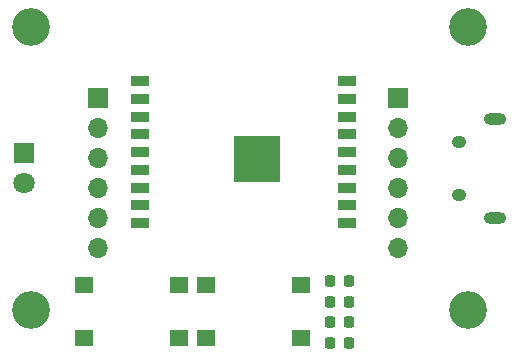
<source format=gbr>
%TF.GenerationSoftware,KiCad,Pcbnew,6.0.0*%
%TF.CreationDate,2022-01-15T12:52:59+01:00*%
%TF.ProjectId,ir_daughter_board,69725f64-6175-4676-9874-65725f626f61,rev?*%
%TF.SameCoordinates,Original*%
%TF.FileFunction,Soldermask,Top*%
%TF.FilePolarity,Negative*%
%FSLAX46Y46*%
G04 Gerber Fmt 4.6, Leading zero omitted, Abs format (unit mm)*
G04 Created by KiCad (PCBNEW 6.0.0) date 2022-01-15 12:52:59*
%MOMM*%
%LPD*%
G01*
G04 APERTURE LIST*
G04 Aperture macros list*
%AMRoundRect*
0 Rectangle with rounded corners*
0 $1 Rounding radius*
0 $2 $3 $4 $5 $6 $7 $8 $9 X,Y pos of 4 corners*
0 Add a 4 corners polygon primitive as box body*
4,1,4,$2,$3,$4,$5,$6,$7,$8,$9,$2,$3,0*
0 Add four circle primitives for the rounded corners*
1,1,$1+$1,$2,$3*
1,1,$1+$1,$4,$5*
1,1,$1+$1,$6,$7*
1,1,$1+$1,$8,$9*
0 Add four rect primitives between the rounded corners*
20,1,$1+$1,$2,$3,$4,$5,0*
20,1,$1+$1,$4,$5,$6,$7,0*
20,1,$1+$1,$6,$7,$8,$9,0*
20,1,$1+$1,$8,$9,$2,$3,0*%
G04 Aperture macros list end*
%ADD10R,1.500000X0.900000*%
%ADD11R,4.000000X4.000000*%
%ADD12C,3.200000*%
%ADD13R,1.600000X1.400000*%
%ADD14RoundRect,0.218750X-0.218750X-0.256250X0.218750X-0.256250X0.218750X0.256250X-0.218750X0.256250X0*%
%ADD15R,1.700000X1.700000*%
%ADD16O,1.700000X1.700000*%
%ADD17R,1.800000X1.800000*%
%ADD18C,1.800000*%
%ADD19O,1.900000X1.000000*%
%ADD20O,1.250000X1.050000*%
G04 APERTURE END LIST*
D10*
%TO.C,U3*%
X110250000Y-89600000D03*
X110250000Y-91100000D03*
X110250000Y-92600000D03*
X110250000Y-94100000D03*
X110250000Y-95600000D03*
X110250000Y-97100000D03*
X110250000Y-98600000D03*
X110250000Y-100100000D03*
X110250000Y-101600000D03*
X127750000Y-101600000D03*
X127750000Y-100100000D03*
X127750000Y-98600000D03*
X127750000Y-97100000D03*
X127750000Y-95600000D03*
X127750000Y-94100000D03*
X127750000Y-92600000D03*
X127750000Y-91100000D03*
X127750000Y-89600000D03*
D11*
X120100000Y-96210000D03*
%TD*%
D12*
%TO.C,H4*%
X101000000Y-85000000D03*
%TD*%
D13*
%TO.C,SW1*%
X105500000Y-106850000D03*
X113500000Y-106850000D03*
X105500000Y-111350000D03*
X113500000Y-111350000D03*
%TD*%
D12*
%TO.C,H2*%
X101000000Y-109000000D03*
%TD*%
D14*
%TO.C,D4*%
X126312500Y-111750000D03*
X127887500Y-111750000D03*
%TD*%
D15*
%TO.C,J3*%
X132080000Y-91000000D03*
D16*
X132080000Y-93540000D03*
X132080000Y-96080000D03*
X132080000Y-98620000D03*
X132080000Y-101160000D03*
X132080000Y-103700000D03*
%TD*%
D13*
%TO.C,SW2*%
X123800000Y-111350000D03*
X115800000Y-111350000D03*
X123800000Y-106850000D03*
X115800000Y-106850000D03*
%TD*%
D14*
%TO.C,D2*%
X126312500Y-106500000D03*
X127887500Y-106500000D03*
%TD*%
D12*
%TO.C,H3*%
X138000000Y-109000000D03*
%TD*%
%TO.C,H1*%
X138000000Y-85000000D03*
%TD*%
D15*
%TO.C,J2*%
X106680000Y-91000000D03*
D16*
X106680000Y-93540000D03*
X106680000Y-96080000D03*
X106680000Y-98620000D03*
X106680000Y-101160000D03*
X106680000Y-103700000D03*
%TD*%
D14*
%TO.C,D5*%
X126312500Y-110000000D03*
X127887500Y-110000000D03*
%TD*%
%TO.C,D3*%
X126312500Y-108250000D03*
X127887500Y-108250000D03*
%TD*%
D17*
%TO.C,D6*%
X100400000Y-95700000D03*
D18*
X100400000Y-98240000D03*
%TD*%
D19*
%TO.C,J1*%
X140250000Y-92825000D03*
D20*
X137250000Y-99225000D03*
X137250000Y-94775000D03*
D19*
X140250000Y-101175000D03*
%TD*%
M02*

</source>
